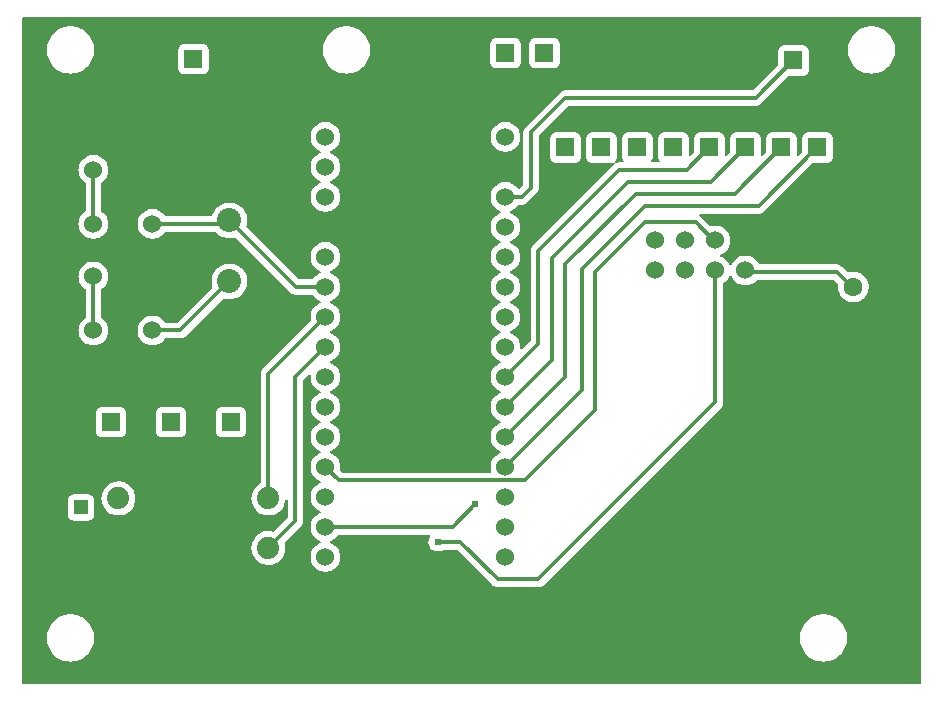
<source format=gbl>
G04 Layer: BottomLayer*
G04 EasyEDA v6.4.25, 2021-11-30T23:27:12--6:00*
G04 4631042daed448b99cc0a23d656375e8,06444aca9169495d970130cf6b44ba93,10*
G04 Gerber Generator version 0.2*
G04 Scale: 100 percent, Rotated: No, Reflected: No *
G04 Dimensions in millimeters *
G04 leading zeros omitted , absolute positions ,4 integer and 5 decimal *
%FSLAX45Y45*%
%MOMM*%

%ADD11C,0.3000*%
%ADD12C,0.6096*%
%ADD13R,1.2116X1.2116*%
%ADD14C,1.5240*%
%ADD15C,1.8796*%
%ADD16C,2.0320*%
%ADD17R,1.5748X1.5748*%
%ADD18C,1.6000*%

%LPD*%
G36*
X2194814Y3925570D02*
G01*
X2190902Y3926332D01*
X2187651Y3928567D01*
X2185416Y3931818D01*
X2184654Y3935729D01*
X2184654Y9565386D01*
X2185416Y9569246D01*
X2187651Y9572548D01*
X2190902Y9574784D01*
X2194814Y9575546D01*
X9781286Y9574276D01*
X9785197Y9573514D01*
X9788448Y9571329D01*
X9790684Y9568027D01*
X9791446Y9564116D01*
X9791446Y3935729D01*
X9790684Y3931818D01*
X9788448Y3928567D01*
X9785197Y3926332D01*
X9781286Y3925570D01*
G37*

%LPC*%
G36*
X8966200Y4117746D02*
G01*
X8985808Y4118711D01*
X9005265Y4121607D01*
X9024315Y4126382D01*
X9042857Y4132986D01*
X9060586Y4141368D01*
X9077452Y4151477D01*
X9093250Y4163212D01*
X9107779Y4176420D01*
X9120987Y4190949D01*
X9132722Y4206748D01*
X9142831Y4223613D01*
X9151213Y4241342D01*
X9157817Y4259884D01*
X9162592Y4278934D01*
X9165488Y4298391D01*
X9166453Y4318000D01*
X9165488Y4337608D01*
X9162592Y4357065D01*
X9157817Y4376115D01*
X9151213Y4394657D01*
X9142831Y4412386D01*
X9132722Y4429252D01*
X9120987Y4445050D01*
X9107779Y4459579D01*
X9093250Y4472787D01*
X9077452Y4484522D01*
X9060586Y4494631D01*
X9042857Y4503013D01*
X9024315Y4509617D01*
X9005265Y4514392D01*
X8985808Y4517288D01*
X8966200Y4518253D01*
X8946591Y4517288D01*
X8927134Y4514392D01*
X8908084Y4509617D01*
X8889542Y4503013D01*
X8871813Y4494631D01*
X8854948Y4484522D01*
X8839149Y4472787D01*
X8824620Y4459579D01*
X8811412Y4445050D01*
X8799677Y4429252D01*
X8789568Y4412386D01*
X8781186Y4394657D01*
X8774582Y4376115D01*
X8769807Y4357065D01*
X8766911Y4337608D01*
X8765946Y4318000D01*
X8766911Y4298391D01*
X8769807Y4278934D01*
X8774582Y4259884D01*
X8781186Y4241342D01*
X8789568Y4223613D01*
X8799677Y4206748D01*
X8811412Y4190949D01*
X8824620Y4176420D01*
X8839149Y4163212D01*
X8854948Y4151477D01*
X8871813Y4141368D01*
X8889542Y4132986D01*
X8908084Y4126382D01*
X8927134Y4121607D01*
X8946591Y4118711D01*
G37*
G36*
X2590800Y4117746D02*
G01*
X2610408Y4118711D01*
X2629865Y4121607D01*
X2648915Y4126382D01*
X2667457Y4132986D01*
X2685186Y4141368D01*
X2702052Y4151477D01*
X2717850Y4163212D01*
X2732379Y4176420D01*
X2745587Y4190949D01*
X2757322Y4206748D01*
X2767431Y4223613D01*
X2775813Y4241342D01*
X2782417Y4259884D01*
X2787192Y4278934D01*
X2790088Y4298391D01*
X2791053Y4318000D01*
X2790088Y4337608D01*
X2787192Y4357065D01*
X2782417Y4376115D01*
X2775813Y4394657D01*
X2767431Y4412386D01*
X2757322Y4429252D01*
X2745587Y4445050D01*
X2732379Y4459579D01*
X2717850Y4472787D01*
X2702052Y4484522D01*
X2685186Y4494631D01*
X2667457Y4503013D01*
X2648915Y4509617D01*
X2629865Y4514392D01*
X2610408Y4517288D01*
X2590800Y4518253D01*
X2571191Y4517288D01*
X2551734Y4514392D01*
X2532684Y4509617D01*
X2514142Y4503013D01*
X2496413Y4494631D01*
X2479548Y4484522D01*
X2463749Y4472787D01*
X2449220Y4459579D01*
X2436012Y4445050D01*
X2424277Y4429252D01*
X2414168Y4412386D01*
X2405786Y4394657D01*
X2399182Y4376115D01*
X2394407Y4357065D01*
X2391511Y4337608D01*
X2390546Y4318000D01*
X2391511Y4298391D01*
X2394407Y4278934D01*
X2399182Y4259884D01*
X2405786Y4241342D01*
X2414168Y4223613D01*
X2424277Y4206748D01*
X2436012Y4190949D01*
X2449220Y4176420D01*
X2463749Y4163212D01*
X2479548Y4151477D01*
X2496413Y4141368D01*
X2514142Y4132986D01*
X2532684Y4126382D01*
X2551734Y4121607D01*
X2571191Y4118711D01*
G37*
G36*
X6210706Y4748022D02*
G01*
X6552793Y4748022D01*
X6563410Y4748885D01*
X6573367Y4751273D01*
X6582816Y4755184D01*
X6591553Y4760518D01*
X6599631Y4767427D01*
X8097672Y6265468D01*
X8104581Y6273546D01*
X8109915Y6282283D01*
X8113826Y6291732D01*
X8116214Y6301689D01*
X8117078Y6312306D01*
X8117078Y7315758D01*
X8117636Y7319162D01*
X8119364Y7322159D01*
X8135670Y7334859D01*
X8146440Y7345629D01*
X8155889Y7357668D01*
X8163763Y7370724D01*
X8169554Y7383576D01*
X8171738Y7386726D01*
X8174990Y7388809D01*
X8178800Y7389571D01*
X8182609Y7388809D01*
X8185861Y7386726D01*
X8188045Y7383576D01*
X8193836Y7370724D01*
X8201710Y7357668D01*
X8211159Y7345629D01*
X8221929Y7334859D01*
X8233968Y7325410D01*
X8247024Y7317536D01*
X8260943Y7311288D01*
X8275523Y7306716D01*
X8290559Y7303973D01*
X8305800Y7303058D01*
X8321040Y7303973D01*
X8336076Y7306716D01*
X8350656Y7311288D01*
X8364575Y7317536D01*
X8377631Y7325410D01*
X8389670Y7334859D01*
X8400440Y7345629D01*
X8404250Y7349744D01*
X8406993Y7351064D01*
X8409990Y7351522D01*
X9049258Y7351522D01*
X9053169Y7350759D01*
X9056420Y7348575D01*
X9088374Y7316622D01*
X9090761Y7312863D01*
X9091320Y7308494D01*
X9089999Y7293660D01*
X9090456Y7278217D01*
X9092742Y7262977D01*
X9096806Y7248093D01*
X9102598Y7233767D01*
X9110065Y7220254D01*
X9119057Y7207707D01*
X9129471Y7196328D01*
X9141155Y7186269D01*
X9153956Y7177633D01*
X9167672Y7170623D01*
X9182150Y7165238D01*
X9197136Y7161580D01*
X9212478Y7159802D01*
X9227921Y7159802D01*
X9243263Y7161580D01*
X9258249Y7165238D01*
X9272727Y7170623D01*
X9286443Y7177633D01*
X9299244Y7186269D01*
X9310928Y7196328D01*
X9321342Y7207707D01*
X9330334Y7220254D01*
X9337802Y7233767D01*
X9343593Y7248093D01*
X9347657Y7262977D01*
X9349943Y7278217D01*
X9350400Y7293660D01*
X9349028Y7309053D01*
X9345828Y7324140D01*
X9340900Y7338771D01*
X9334246Y7352690D01*
X9326016Y7365746D01*
X9316313Y7377734D01*
X9305239Y7388453D01*
X9292945Y7397851D01*
X9279686Y7405674D01*
X9265564Y7411872D01*
X9250781Y7416393D01*
X9235592Y7419136D01*
X9220200Y7420051D01*
X9204807Y7419136D01*
X9189618Y7416393D01*
X9182862Y7414361D01*
X9179255Y7413904D01*
X9175699Y7414818D01*
X9172702Y7416901D01*
X9126931Y7462672D01*
X9118854Y7469581D01*
X9110116Y7474915D01*
X9100667Y7478826D01*
X9090710Y7481214D01*
X9080093Y7482078D01*
X8427110Y7482078D01*
X8423351Y7482789D01*
X8420100Y7484922D01*
X8417763Y7488275D01*
X8409889Y7501331D01*
X8400440Y7513370D01*
X8389670Y7524140D01*
X8377631Y7533589D01*
X8364575Y7541463D01*
X8350656Y7547711D01*
X8336076Y7552283D01*
X8321040Y7555026D01*
X8305800Y7555941D01*
X8290559Y7555026D01*
X8275523Y7552283D01*
X8260943Y7547711D01*
X8247024Y7541463D01*
X8233968Y7533589D01*
X8221929Y7524140D01*
X8211159Y7513370D01*
X8201710Y7501331D01*
X8193836Y7488275D01*
X8188045Y7475423D01*
X8185861Y7472273D01*
X8182609Y7470190D01*
X8178800Y7469428D01*
X8174990Y7470190D01*
X8171738Y7472273D01*
X8169554Y7475423D01*
X8163763Y7488275D01*
X8155889Y7501331D01*
X8146440Y7513370D01*
X8135670Y7524140D01*
X8123631Y7533589D01*
X8110575Y7541463D01*
X8097723Y7547254D01*
X8094573Y7549438D01*
X8092490Y7552690D01*
X8091728Y7556500D01*
X8092490Y7560309D01*
X8094573Y7563561D01*
X8097723Y7565745D01*
X8110575Y7571536D01*
X8123631Y7579410D01*
X8135670Y7588859D01*
X8146440Y7599629D01*
X8155889Y7611668D01*
X8163763Y7624724D01*
X8170011Y7638643D01*
X8174583Y7653223D01*
X8177326Y7668259D01*
X8178241Y7683500D01*
X8177326Y7698740D01*
X8174583Y7713776D01*
X8170011Y7728356D01*
X8163763Y7742275D01*
X8155889Y7755331D01*
X8146440Y7767370D01*
X8135670Y7778140D01*
X8123631Y7787589D01*
X8110575Y7795463D01*
X8096656Y7801711D01*
X8082076Y7806283D01*
X8067040Y7809026D01*
X8051800Y7809941D01*
X8036559Y7809026D01*
X8021523Y7806283D01*
X8017560Y7805013D01*
X8013903Y7804607D01*
X8010347Y7805470D01*
X8007350Y7807553D01*
X7933131Y7881772D01*
X7925053Y7888681D01*
X7920431Y7891525D01*
X7917281Y7894523D01*
X7915706Y7898587D01*
X7915960Y7902956D01*
X7917992Y7906766D01*
X7921498Y7909407D01*
X7925714Y7910322D01*
X8419693Y7910322D01*
X8430310Y7911185D01*
X8440267Y7913573D01*
X8449716Y7917484D01*
X8458454Y7922818D01*
X8466531Y7929727D01*
X8875725Y8338921D01*
X8879027Y8341106D01*
X8882888Y8341868D01*
X8993682Y8341868D01*
X9002877Y8342680D01*
X9011310Y8344966D01*
X9019235Y8348675D01*
X9026448Y8353704D01*
X9032595Y8359851D01*
X9037624Y8367064D01*
X9041333Y8374989D01*
X9043619Y8383422D01*
X9044432Y8392617D01*
X9044432Y8549182D01*
X9043619Y8558377D01*
X9041333Y8566810D01*
X9037624Y8574735D01*
X9032595Y8581948D01*
X9026448Y8588095D01*
X9019235Y8593124D01*
X9011310Y8596833D01*
X9002877Y8599119D01*
X8993682Y8599881D01*
X8837117Y8599881D01*
X8827922Y8599119D01*
X8819489Y8596833D01*
X8811564Y8593124D01*
X8804351Y8588095D01*
X8798204Y8581948D01*
X8793175Y8574735D01*
X8789466Y8566810D01*
X8787180Y8558377D01*
X8786418Y8549182D01*
X8786418Y8438388D01*
X8785606Y8434527D01*
X8783421Y8431225D01*
X8756954Y8404758D01*
X8753652Y8402574D01*
X8749792Y8401761D01*
X8745880Y8402574D01*
X8742578Y8404758D01*
X8740394Y8408060D01*
X8739632Y8411921D01*
X8739632Y8549182D01*
X8738819Y8558377D01*
X8736533Y8566810D01*
X8732824Y8574735D01*
X8727795Y8581948D01*
X8721648Y8588095D01*
X8714435Y8593124D01*
X8706510Y8596833D01*
X8698077Y8599119D01*
X8688882Y8599881D01*
X8532317Y8599881D01*
X8523122Y8599119D01*
X8514689Y8596833D01*
X8506764Y8593124D01*
X8499551Y8588095D01*
X8493404Y8581948D01*
X8488375Y8574735D01*
X8484666Y8566810D01*
X8482380Y8558377D01*
X8481618Y8549182D01*
X8481618Y8438388D01*
X8480806Y8434527D01*
X8478621Y8431225D01*
X8452154Y8404758D01*
X8448852Y8402574D01*
X8444992Y8401761D01*
X8441080Y8402574D01*
X8437778Y8404758D01*
X8435594Y8408060D01*
X8434832Y8411921D01*
X8434832Y8549182D01*
X8434019Y8558377D01*
X8431733Y8566810D01*
X8428024Y8574735D01*
X8422995Y8581948D01*
X8416848Y8588095D01*
X8409635Y8593124D01*
X8401710Y8596833D01*
X8393277Y8599119D01*
X8384082Y8599881D01*
X8227517Y8599881D01*
X8218322Y8599119D01*
X8209889Y8596833D01*
X8201964Y8593124D01*
X8194751Y8588095D01*
X8188604Y8581948D01*
X8183575Y8574735D01*
X8179866Y8566810D01*
X8177580Y8558377D01*
X8176818Y8549182D01*
X8176818Y8438388D01*
X8176006Y8434527D01*
X8173821Y8431225D01*
X8147354Y8404758D01*
X8144052Y8402574D01*
X8140192Y8401761D01*
X8136280Y8402574D01*
X8132978Y8404758D01*
X8130794Y8408060D01*
X8130031Y8411921D01*
X8130031Y8549182D01*
X8129219Y8558377D01*
X8126933Y8566810D01*
X8123224Y8574735D01*
X8118195Y8581948D01*
X8112048Y8588095D01*
X8104835Y8593124D01*
X8096910Y8596833D01*
X8088477Y8599119D01*
X8079282Y8599881D01*
X7922717Y8599881D01*
X7913522Y8599119D01*
X7905089Y8596833D01*
X7897164Y8593124D01*
X7889951Y8588095D01*
X7883804Y8581948D01*
X7878775Y8574735D01*
X7875066Y8566810D01*
X7872780Y8558377D01*
X7872018Y8549182D01*
X7872018Y8438388D01*
X7871206Y8434527D01*
X7869021Y8431225D01*
X7842554Y8404758D01*
X7839252Y8402574D01*
X7835392Y8401761D01*
X7831480Y8402574D01*
X7828178Y8404758D01*
X7825994Y8408060D01*
X7825231Y8411921D01*
X7825231Y8549182D01*
X7824419Y8558377D01*
X7822133Y8566810D01*
X7818424Y8574735D01*
X7813395Y8581948D01*
X7807248Y8588095D01*
X7800035Y8593124D01*
X7792110Y8596833D01*
X7783677Y8599119D01*
X7774482Y8599881D01*
X7617917Y8599881D01*
X7608722Y8599119D01*
X7600289Y8596833D01*
X7592364Y8593124D01*
X7585151Y8588095D01*
X7579004Y8581948D01*
X7573975Y8574735D01*
X7570266Y8566810D01*
X7567980Y8558377D01*
X7567218Y8549182D01*
X7567218Y8392617D01*
X7567980Y8383422D01*
X7570266Y8374989D01*
X7573975Y8367064D01*
X7577734Y8361629D01*
X7579410Y8357616D01*
X7579207Y8353196D01*
X7577175Y8349284D01*
X7573721Y8346643D01*
X7569403Y8345678D01*
X7518196Y8345678D01*
X7513878Y8346643D01*
X7510424Y8349284D01*
X7508392Y8353196D01*
X7508189Y8357616D01*
X7509865Y8361629D01*
X7513624Y8367064D01*
X7517333Y8374989D01*
X7519619Y8383422D01*
X7520431Y8392617D01*
X7520431Y8549182D01*
X7519619Y8558377D01*
X7517333Y8566810D01*
X7513624Y8574735D01*
X7508595Y8581948D01*
X7502448Y8588095D01*
X7495235Y8593124D01*
X7487310Y8596833D01*
X7478877Y8599119D01*
X7469682Y8599881D01*
X7313117Y8599881D01*
X7303922Y8599119D01*
X7295489Y8596833D01*
X7287564Y8593124D01*
X7280351Y8588095D01*
X7274204Y8581948D01*
X7269175Y8574735D01*
X7265466Y8566810D01*
X7263180Y8558377D01*
X7262418Y8549182D01*
X7262418Y8392617D01*
X7263180Y8383422D01*
X7265466Y8374989D01*
X7269175Y8367064D01*
X7272934Y8361629D01*
X7274610Y8357616D01*
X7274407Y8353196D01*
X7272375Y8349284D01*
X7268921Y8346643D01*
X7264603Y8345678D01*
X7239406Y8345678D01*
X7228789Y8344814D01*
X7218832Y8342426D01*
X7210602Y8339023D01*
X7206742Y8338261D01*
X7202830Y8339023D01*
X7199528Y8341258D01*
X7197344Y8344560D01*
X7196581Y8348421D01*
X7197344Y8352332D01*
X7199528Y8355634D01*
X7203795Y8359851D01*
X7208824Y8367064D01*
X7212533Y8374989D01*
X7214819Y8383422D01*
X7215631Y8392617D01*
X7215631Y8549182D01*
X7214819Y8558377D01*
X7212533Y8566810D01*
X7208824Y8574735D01*
X7203795Y8581948D01*
X7197648Y8588095D01*
X7190435Y8593124D01*
X7182510Y8596833D01*
X7174077Y8599119D01*
X7164882Y8599881D01*
X7008317Y8599881D01*
X6999122Y8599119D01*
X6990689Y8596833D01*
X6982764Y8593124D01*
X6975551Y8588095D01*
X6969404Y8581948D01*
X6964375Y8574735D01*
X6960666Y8566810D01*
X6958380Y8558377D01*
X6957618Y8549182D01*
X6957618Y8392617D01*
X6958380Y8383422D01*
X6960666Y8374989D01*
X6964375Y8367064D01*
X6969404Y8359851D01*
X6975551Y8353704D01*
X6982764Y8348675D01*
X6990689Y8344966D01*
X6999122Y8342680D01*
X7008317Y8341868D01*
X7164882Y8341868D01*
X7174077Y8342680D01*
X7182510Y8344966D01*
X7185202Y8346186D01*
X7189216Y8347151D01*
X7193280Y8346440D01*
X7196734Y8344103D01*
X7198969Y8340648D01*
X7199630Y8336534D01*
X7198614Y8332571D01*
X7196074Y8329269D01*
X7192568Y8326272D01*
X6507327Y7641031D01*
X6500418Y7632953D01*
X6495084Y7624216D01*
X6491173Y7614767D01*
X6488785Y7604810D01*
X6487922Y7594193D01*
X6487922Y6838442D01*
X6487160Y6834530D01*
X6484975Y6831279D01*
X6416903Y6763207D01*
X6413550Y6760972D01*
X6409537Y6760260D01*
X6405575Y6761124D01*
X6402273Y6763512D01*
X6400190Y6767017D01*
X6399580Y6771030D01*
X6400241Y6781800D01*
X6399326Y6797040D01*
X6396583Y6812076D01*
X6392011Y6826656D01*
X6385763Y6840575D01*
X6377889Y6853631D01*
X6368440Y6865670D01*
X6357670Y6876440D01*
X6345631Y6885889D01*
X6332575Y6893763D01*
X6319723Y6899554D01*
X6316573Y6901738D01*
X6314490Y6904990D01*
X6313728Y6908800D01*
X6314490Y6912609D01*
X6316573Y6915861D01*
X6319723Y6918045D01*
X6332575Y6923836D01*
X6345631Y6931710D01*
X6357670Y6941159D01*
X6368440Y6951929D01*
X6377889Y6963968D01*
X6385763Y6977024D01*
X6392011Y6990943D01*
X6396583Y7005523D01*
X6399326Y7020559D01*
X6400241Y7035800D01*
X6399326Y7051040D01*
X6396583Y7066076D01*
X6392011Y7080656D01*
X6385763Y7094575D01*
X6377889Y7107631D01*
X6368440Y7119670D01*
X6357670Y7130440D01*
X6345631Y7139889D01*
X6332575Y7147763D01*
X6319723Y7153554D01*
X6316573Y7155738D01*
X6314490Y7158990D01*
X6313728Y7162800D01*
X6314490Y7166609D01*
X6316573Y7169861D01*
X6319723Y7172045D01*
X6332575Y7177836D01*
X6345631Y7185710D01*
X6357670Y7195159D01*
X6368440Y7205929D01*
X6377889Y7217968D01*
X6385763Y7231024D01*
X6392011Y7244943D01*
X6396583Y7259523D01*
X6399326Y7274559D01*
X6400241Y7289800D01*
X6399326Y7305040D01*
X6396583Y7320076D01*
X6392011Y7334656D01*
X6385763Y7348575D01*
X6377889Y7361631D01*
X6368440Y7373670D01*
X6357670Y7384440D01*
X6345631Y7393889D01*
X6332575Y7401763D01*
X6319723Y7407554D01*
X6316573Y7409738D01*
X6314490Y7412990D01*
X6313728Y7416800D01*
X6314490Y7420609D01*
X6316573Y7423861D01*
X6319723Y7426045D01*
X6332575Y7431836D01*
X6345631Y7439710D01*
X6357670Y7449159D01*
X6368440Y7459929D01*
X6377889Y7471968D01*
X6385763Y7485024D01*
X6392011Y7498943D01*
X6396583Y7513523D01*
X6399326Y7528559D01*
X6400241Y7543800D01*
X6399326Y7559040D01*
X6396583Y7574076D01*
X6392011Y7588656D01*
X6385763Y7602575D01*
X6377889Y7615631D01*
X6368440Y7627670D01*
X6357670Y7638440D01*
X6345631Y7647889D01*
X6332575Y7655763D01*
X6319723Y7661554D01*
X6316573Y7663738D01*
X6314490Y7666990D01*
X6313728Y7670800D01*
X6314490Y7674609D01*
X6316573Y7677861D01*
X6319723Y7680045D01*
X6332575Y7685836D01*
X6345631Y7693710D01*
X6357670Y7703159D01*
X6368440Y7713929D01*
X6377889Y7725968D01*
X6385763Y7739024D01*
X6392011Y7752943D01*
X6396583Y7767523D01*
X6399326Y7782559D01*
X6400241Y7797800D01*
X6399326Y7813040D01*
X6396583Y7828076D01*
X6392011Y7842656D01*
X6385763Y7856575D01*
X6377889Y7869631D01*
X6368440Y7881670D01*
X6357670Y7892440D01*
X6345631Y7901889D01*
X6332575Y7909763D01*
X6319723Y7915554D01*
X6316573Y7917738D01*
X6314490Y7920990D01*
X6313728Y7924800D01*
X6314490Y7928609D01*
X6316573Y7931861D01*
X6319723Y7934045D01*
X6332575Y7939836D01*
X6345631Y7947710D01*
X6357670Y7957159D01*
X6368440Y7967929D01*
X6381140Y7984236D01*
X6384137Y7985963D01*
X6387541Y7986522D01*
X6413093Y7986522D01*
X6423710Y7987385D01*
X6433667Y7989773D01*
X6443116Y7993684D01*
X6451854Y7999018D01*
X6459931Y8005927D01*
X6535572Y8081568D01*
X6542481Y8089646D01*
X6547815Y8098383D01*
X6551726Y8107832D01*
X6554114Y8117789D01*
X6554978Y8128406D01*
X6554978Y8566658D01*
X6555740Y8570569D01*
X6557924Y8573820D01*
X6805879Y8821775D01*
X6809130Y8823960D01*
X6813042Y8824722D01*
X8394293Y8824722D01*
X8404910Y8825585D01*
X8414867Y8827973D01*
X8424316Y8831884D01*
X8433054Y8837218D01*
X8441131Y8844127D01*
X8672525Y9075521D01*
X8675827Y9077706D01*
X8679688Y9078468D01*
X8790482Y9078468D01*
X8799677Y9079280D01*
X8808110Y9081566D01*
X8816035Y9085275D01*
X8823248Y9090304D01*
X8829395Y9096451D01*
X8834424Y9103664D01*
X8838133Y9111589D01*
X8840419Y9120022D01*
X8841232Y9129217D01*
X8841232Y9285782D01*
X8840419Y9294977D01*
X8838133Y9303410D01*
X8834424Y9311335D01*
X8829395Y9318548D01*
X8823248Y9324695D01*
X8816035Y9329724D01*
X8808110Y9333433D01*
X8799677Y9335719D01*
X8790482Y9336481D01*
X8633917Y9336481D01*
X8624722Y9335719D01*
X8616289Y9333433D01*
X8608364Y9329724D01*
X8601151Y9324695D01*
X8595004Y9318548D01*
X8589975Y9311335D01*
X8586266Y9303410D01*
X8583980Y9294977D01*
X8583218Y9285782D01*
X8583218Y9174988D01*
X8582406Y9171127D01*
X8580221Y9167825D01*
X8370620Y8958224D01*
X8367369Y8956040D01*
X8363458Y8955278D01*
X6782206Y8955278D01*
X6771589Y8954414D01*
X6761632Y8952026D01*
X6752183Y8948115D01*
X6743446Y8942781D01*
X6735368Y8935872D01*
X6443827Y8644331D01*
X6436918Y8636254D01*
X6431584Y8627516D01*
X6427673Y8618067D01*
X6425285Y8608110D01*
X6424422Y8597493D01*
X6424422Y8159242D01*
X6423660Y8155330D01*
X6421475Y8152079D01*
X6392621Y8123224D01*
X6389065Y8120938D01*
X6384848Y8120278D01*
X6380734Y8121446D01*
X6377432Y8124139D01*
X6368440Y8135670D01*
X6357670Y8146440D01*
X6345631Y8155889D01*
X6332575Y8163763D01*
X6318656Y8170011D01*
X6304076Y8174583D01*
X6289040Y8177326D01*
X6273800Y8178241D01*
X6258560Y8177326D01*
X6243523Y8174583D01*
X6228943Y8170011D01*
X6215024Y8163763D01*
X6201968Y8155889D01*
X6189929Y8146440D01*
X6179159Y8135670D01*
X6169710Y8123631D01*
X6161836Y8110575D01*
X6155588Y8096656D01*
X6151016Y8082076D01*
X6148273Y8067040D01*
X6147358Y8051800D01*
X6148273Y8036559D01*
X6151016Y8021523D01*
X6155588Y8006943D01*
X6161836Y7993024D01*
X6169710Y7979968D01*
X6179159Y7967929D01*
X6189929Y7957159D01*
X6201968Y7947710D01*
X6215024Y7939836D01*
X6227876Y7934045D01*
X6231026Y7931861D01*
X6233109Y7928609D01*
X6233871Y7924800D01*
X6233109Y7920990D01*
X6231026Y7917738D01*
X6227876Y7915554D01*
X6215024Y7909763D01*
X6201968Y7901889D01*
X6189929Y7892440D01*
X6179159Y7881670D01*
X6169710Y7869631D01*
X6161836Y7856575D01*
X6155588Y7842656D01*
X6151016Y7828076D01*
X6148273Y7813040D01*
X6147358Y7797800D01*
X6148273Y7782559D01*
X6151016Y7767523D01*
X6155588Y7752943D01*
X6161836Y7739024D01*
X6169710Y7725968D01*
X6179159Y7713929D01*
X6189929Y7703159D01*
X6201968Y7693710D01*
X6215024Y7685836D01*
X6227876Y7680045D01*
X6231026Y7677861D01*
X6233109Y7674609D01*
X6233871Y7670800D01*
X6233109Y7666990D01*
X6231026Y7663738D01*
X6227876Y7661554D01*
X6215024Y7655763D01*
X6201968Y7647889D01*
X6189929Y7638440D01*
X6179159Y7627670D01*
X6169710Y7615631D01*
X6161836Y7602575D01*
X6155588Y7588656D01*
X6151016Y7574076D01*
X6148273Y7559040D01*
X6147358Y7543800D01*
X6148273Y7528559D01*
X6151016Y7513523D01*
X6155588Y7498943D01*
X6161836Y7485024D01*
X6169710Y7471968D01*
X6179159Y7459929D01*
X6189929Y7449159D01*
X6201968Y7439710D01*
X6215024Y7431836D01*
X6227876Y7426045D01*
X6231026Y7423861D01*
X6233109Y7420609D01*
X6233871Y7416800D01*
X6233109Y7412990D01*
X6231026Y7409738D01*
X6227876Y7407554D01*
X6215024Y7401763D01*
X6201968Y7393889D01*
X6189929Y7384440D01*
X6179159Y7373670D01*
X6169710Y7361631D01*
X6161836Y7348575D01*
X6155588Y7334656D01*
X6151016Y7320076D01*
X6148273Y7305040D01*
X6147358Y7289800D01*
X6148273Y7274559D01*
X6151016Y7259523D01*
X6155588Y7244943D01*
X6161836Y7231024D01*
X6169710Y7217968D01*
X6179159Y7205929D01*
X6189929Y7195159D01*
X6201968Y7185710D01*
X6215024Y7177836D01*
X6227876Y7172045D01*
X6231026Y7169861D01*
X6233109Y7166609D01*
X6233871Y7162800D01*
X6233109Y7158990D01*
X6231026Y7155738D01*
X6227876Y7153554D01*
X6215024Y7147763D01*
X6201968Y7139889D01*
X6189929Y7130440D01*
X6179159Y7119670D01*
X6169710Y7107631D01*
X6161836Y7094575D01*
X6155588Y7080656D01*
X6151016Y7066076D01*
X6148273Y7051040D01*
X6147358Y7035800D01*
X6148273Y7020559D01*
X6151016Y7005523D01*
X6155588Y6990943D01*
X6161836Y6977024D01*
X6169710Y6963968D01*
X6179159Y6951929D01*
X6189929Y6941159D01*
X6201968Y6931710D01*
X6215024Y6923836D01*
X6227876Y6918045D01*
X6231026Y6915861D01*
X6233109Y6912609D01*
X6233871Y6908800D01*
X6233109Y6904990D01*
X6231026Y6901738D01*
X6227876Y6899554D01*
X6215024Y6893763D01*
X6201968Y6885889D01*
X6189929Y6876440D01*
X6179159Y6865670D01*
X6169710Y6853631D01*
X6161836Y6840575D01*
X6155588Y6826656D01*
X6151016Y6812076D01*
X6148273Y6797040D01*
X6147358Y6781800D01*
X6148273Y6766559D01*
X6151016Y6751523D01*
X6155588Y6736943D01*
X6161836Y6723024D01*
X6169710Y6709968D01*
X6179159Y6697929D01*
X6189929Y6687159D01*
X6201968Y6677710D01*
X6215024Y6669836D01*
X6227876Y6664045D01*
X6231026Y6661861D01*
X6233109Y6658609D01*
X6233871Y6654800D01*
X6233109Y6650990D01*
X6231026Y6647738D01*
X6227876Y6645554D01*
X6215024Y6639763D01*
X6201968Y6631889D01*
X6189929Y6622440D01*
X6179159Y6611670D01*
X6169710Y6599631D01*
X6161836Y6586575D01*
X6155588Y6572656D01*
X6151016Y6558076D01*
X6148273Y6543040D01*
X6147358Y6527800D01*
X6148273Y6512559D01*
X6151016Y6497523D01*
X6155588Y6482943D01*
X6161836Y6469024D01*
X6169710Y6455968D01*
X6179159Y6443929D01*
X6189929Y6433159D01*
X6201968Y6423710D01*
X6215024Y6415836D01*
X6227876Y6410045D01*
X6231026Y6407861D01*
X6233109Y6404610D01*
X6233871Y6400800D01*
X6233109Y6396990D01*
X6231026Y6393738D01*
X6227876Y6391554D01*
X6215024Y6385763D01*
X6201968Y6377889D01*
X6189929Y6368440D01*
X6179159Y6357670D01*
X6169710Y6345631D01*
X6161836Y6332575D01*
X6155588Y6318656D01*
X6151016Y6304076D01*
X6148273Y6289040D01*
X6147358Y6273800D01*
X6148273Y6258560D01*
X6151016Y6243523D01*
X6155588Y6228943D01*
X6161836Y6215024D01*
X6169710Y6201968D01*
X6179159Y6189929D01*
X6189929Y6179159D01*
X6201968Y6169710D01*
X6215024Y6161836D01*
X6227876Y6156045D01*
X6231026Y6153861D01*
X6233109Y6150610D01*
X6233871Y6146800D01*
X6233109Y6142990D01*
X6231026Y6139738D01*
X6227876Y6137554D01*
X6215024Y6131763D01*
X6201968Y6123889D01*
X6189929Y6114440D01*
X6179159Y6103670D01*
X6169710Y6091631D01*
X6161836Y6078575D01*
X6155588Y6064656D01*
X6151016Y6050076D01*
X6148273Y6035040D01*
X6147358Y6019800D01*
X6148273Y6004560D01*
X6151016Y5989523D01*
X6155588Y5974943D01*
X6161836Y5961024D01*
X6169710Y5947968D01*
X6179159Y5935929D01*
X6189929Y5925159D01*
X6201968Y5915710D01*
X6215024Y5907836D01*
X6227876Y5902045D01*
X6231026Y5899861D01*
X6233109Y5896610D01*
X6233871Y5892800D01*
X6233109Y5888990D01*
X6231026Y5885738D01*
X6227876Y5883554D01*
X6215024Y5877763D01*
X6201968Y5869889D01*
X6189929Y5860440D01*
X6179159Y5849670D01*
X6169710Y5837631D01*
X6161836Y5824575D01*
X6155588Y5810656D01*
X6151016Y5796076D01*
X6148273Y5781040D01*
X6147358Y5765800D01*
X6148273Y5750560D01*
X6151016Y5735523D01*
X6152743Y5729935D01*
X6153200Y5726176D01*
X6152235Y5722518D01*
X6150000Y5719470D01*
X6146800Y5717489D01*
X6143091Y5716778D01*
X4895342Y5716778D01*
X4891430Y5717540D01*
X4888179Y5719724D01*
X4876292Y5731611D01*
X4874412Y5734253D01*
X4873447Y5737352D01*
X4873498Y5740603D01*
X4875326Y5750560D01*
X4876241Y5765800D01*
X4875326Y5781040D01*
X4872583Y5796076D01*
X4868011Y5810656D01*
X4861763Y5824575D01*
X4853889Y5837631D01*
X4844440Y5849670D01*
X4833670Y5860440D01*
X4821631Y5869889D01*
X4808575Y5877763D01*
X4795723Y5883554D01*
X4792573Y5885738D01*
X4790490Y5888990D01*
X4789728Y5892800D01*
X4790490Y5896610D01*
X4792573Y5899861D01*
X4795723Y5902045D01*
X4808575Y5907836D01*
X4821631Y5915710D01*
X4833670Y5925159D01*
X4844440Y5935929D01*
X4853889Y5947968D01*
X4861763Y5961024D01*
X4868011Y5974943D01*
X4872583Y5989523D01*
X4875326Y6004560D01*
X4876241Y6019800D01*
X4875326Y6035040D01*
X4872583Y6050076D01*
X4868011Y6064656D01*
X4861763Y6078575D01*
X4853889Y6091631D01*
X4844440Y6103670D01*
X4833670Y6114440D01*
X4821631Y6123889D01*
X4808575Y6131763D01*
X4795723Y6137554D01*
X4792573Y6139738D01*
X4790490Y6142990D01*
X4789728Y6146800D01*
X4790490Y6150610D01*
X4792573Y6153861D01*
X4795723Y6156045D01*
X4808575Y6161836D01*
X4821631Y6169710D01*
X4833670Y6179159D01*
X4844440Y6189929D01*
X4853889Y6201968D01*
X4861763Y6215024D01*
X4868011Y6228943D01*
X4872583Y6243523D01*
X4875326Y6258560D01*
X4876241Y6273800D01*
X4875326Y6289040D01*
X4872583Y6304076D01*
X4868011Y6318656D01*
X4861763Y6332575D01*
X4853889Y6345631D01*
X4844440Y6357670D01*
X4833670Y6368440D01*
X4821631Y6377889D01*
X4808575Y6385763D01*
X4795723Y6391554D01*
X4792573Y6393738D01*
X4790490Y6396990D01*
X4789728Y6400800D01*
X4790490Y6404610D01*
X4792573Y6407861D01*
X4795723Y6410045D01*
X4808575Y6415836D01*
X4821631Y6423710D01*
X4833670Y6433159D01*
X4844440Y6443929D01*
X4853889Y6455968D01*
X4861763Y6469024D01*
X4868011Y6482943D01*
X4872583Y6497523D01*
X4875326Y6512559D01*
X4876241Y6527800D01*
X4875326Y6543040D01*
X4872583Y6558076D01*
X4868011Y6572656D01*
X4861763Y6586575D01*
X4853889Y6599631D01*
X4844440Y6611670D01*
X4833670Y6622440D01*
X4821631Y6631889D01*
X4808575Y6639763D01*
X4795723Y6645554D01*
X4792573Y6647738D01*
X4790490Y6650990D01*
X4789728Y6654800D01*
X4790490Y6658609D01*
X4792573Y6661861D01*
X4795723Y6664045D01*
X4808575Y6669836D01*
X4821631Y6677710D01*
X4833670Y6687159D01*
X4844440Y6697929D01*
X4853889Y6709968D01*
X4861763Y6723024D01*
X4868011Y6736943D01*
X4872583Y6751523D01*
X4875326Y6766559D01*
X4876241Y6781800D01*
X4875326Y6797040D01*
X4872583Y6812076D01*
X4868011Y6826656D01*
X4861763Y6840575D01*
X4853889Y6853631D01*
X4844440Y6865670D01*
X4833670Y6876440D01*
X4821631Y6885889D01*
X4808575Y6893763D01*
X4795723Y6899554D01*
X4792573Y6901738D01*
X4790490Y6904990D01*
X4789728Y6908800D01*
X4790490Y6912609D01*
X4792573Y6915861D01*
X4795723Y6918045D01*
X4808575Y6923836D01*
X4821631Y6931710D01*
X4833670Y6941159D01*
X4844440Y6951929D01*
X4853889Y6963968D01*
X4861763Y6977024D01*
X4868011Y6990943D01*
X4872583Y7005523D01*
X4875326Y7020559D01*
X4876241Y7035800D01*
X4875326Y7051040D01*
X4872583Y7066076D01*
X4868011Y7080656D01*
X4861763Y7094575D01*
X4853889Y7107631D01*
X4844440Y7119670D01*
X4833670Y7130440D01*
X4821631Y7139889D01*
X4808575Y7147763D01*
X4795723Y7153554D01*
X4792573Y7155738D01*
X4790490Y7158990D01*
X4789728Y7162800D01*
X4790490Y7166609D01*
X4792573Y7169861D01*
X4795723Y7172045D01*
X4808575Y7177836D01*
X4821631Y7185710D01*
X4833670Y7195159D01*
X4844440Y7205929D01*
X4853889Y7217968D01*
X4861763Y7231024D01*
X4868011Y7244943D01*
X4872583Y7259523D01*
X4875326Y7274559D01*
X4876241Y7289800D01*
X4875326Y7305040D01*
X4872583Y7320076D01*
X4868011Y7334656D01*
X4861763Y7348575D01*
X4853889Y7361631D01*
X4844440Y7373670D01*
X4833670Y7384440D01*
X4821631Y7393889D01*
X4808575Y7401763D01*
X4795723Y7407554D01*
X4792573Y7409738D01*
X4790490Y7412990D01*
X4789728Y7416800D01*
X4790490Y7420609D01*
X4792573Y7423861D01*
X4795723Y7426045D01*
X4808575Y7431836D01*
X4821631Y7439710D01*
X4833670Y7449159D01*
X4844440Y7459929D01*
X4853889Y7471968D01*
X4861763Y7485024D01*
X4868011Y7498943D01*
X4872583Y7513523D01*
X4875326Y7528559D01*
X4876241Y7543800D01*
X4875326Y7559040D01*
X4872583Y7574076D01*
X4868011Y7588656D01*
X4861763Y7602575D01*
X4853889Y7615631D01*
X4844440Y7627670D01*
X4833670Y7638440D01*
X4821631Y7647889D01*
X4808575Y7655763D01*
X4794656Y7662011D01*
X4780076Y7666583D01*
X4765040Y7669326D01*
X4749800Y7670241D01*
X4734560Y7669326D01*
X4719523Y7666583D01*
X4704943Y7662011D01*
X4691024Y7655763D01*
X4677968Y7647889D01*
X4665929Y7638440D01*
X4655159Y7627670D01*
X4645710Y7615631D01*
X4637836Y7602575D01*
X4631588Y7588656D01*
X4627016Y7574076D01*
X4624273Y7559040D01*
X4623358Y7543800D01*
X4624273Y7528559D01*
X4627016Y7513523D01*
X4631588Y7498943D01*
X4637836Y7485024D01*
X4645710Y7471968D01*
X4655159Y7459929D01*
X4665929Y7449159D01*
X4677968Y7439710D01*
X4691024Y7431836D01*
X4703876Y7426045D01*
X4707026Y7423861D01*
X4709109Y7420609D01*
X4709871Y7416800D01*
X4709109Y7412990D01*
X4707026Y7409738D01*
X4703876Y7407554D01*
X4691024Y7401763D01*
X4677968Y7393889D01*
X4665929Y7384440D01*
X4655159Y7373670D01*
X4642459Y7357364D01*
X4639462Y7355636D01*
X4636058Y7355078D01*
X4531106Y7355078D01*
X4527194Y7355840D01*
X4523943Y7358024D01*
X4084370Y7797596D01*
X4082287Y7800644D01*
X4081373Y7804200D01*
X4081830Y7807807D01*
X4084218Y7815376D01*
X4087418Y7831785D01*
X4088790Y7848498D01*
X4088333Y7865211D01*
X4086047Y7881772D01*
X4081932Y7897977D01*
X4076039Y7913674D01*
X4068521Y7928609D01*
X4059377Y7942580D01*
X4048709Y7955534D01*
X4036720Y7967167D01*
X4023512Y7977428D01*
X4009288Y7986217D01*
X3994150Y7993329D01*
X3978300Y7998764D01*
X3961993Y8002422D01*
X3945382Y8004302D01*
X3928618Y8004302D01*
X3912006Y8002422D01*
X3895699Y7998764D01*
X3879850Y7993329D01*
X3864711Y7986217D01*
X3850487Y7977428D01*
X3837279Y7967167D01*
X3825290Y7955534D01*
X3814622Y7942580D01*
X3805478Y7928609D01*
X3797960Y7913674D01*
X3792067Y7897977D01*
X3791610Y7896148D01*
X3789578Y7892186D01*
X3786073Y7889443D01*
X3781755Y7888478D01*
X3398977Y7888478D01*
X3395573Y7889036D01*
X3392576Y7890764D01*
X3379876Y7907070D01*
X3369106Y7917840D01*
X3357067Y7927289D01*
X3344011Y7935163D01*
X3330092Y7941411D01*
X3315512Y7945983D01*
X3300476Y7948726D01*
X3285236Y7949641D01*
X3269996Y7948726D01*
X3254959Y7945983D01*
X3240379Y7941411D01*
X3226460Y7935163D01*
X3213404Y7927289D01*
X3201365Y7917840D01*
X3190595Y7907070D01*
X3181146Y7895031D01*
X3173272Y7881975D01*
X3167024Y7868056D01*
X3162452Y7853476D01*
X3159709Y7838440D01*
X3158794Y7823200D01*
X3159709Y7807959D01*
X3162452Y7792923D01*
X3167024Y7778343D01*
X3173272Y7764424D01*
X3181146Y7751368D01*
X3190595Y7739329D01*
X3201365Y7728559D01*
X3213404Y7719110D01*
X3226460Y7711236D01*
X3240379Y7704988D01*
X3254959Y7700416D01*
X3269996Y7697673D01*
X3285236Y7696758D01*
X3300476Y7697673D01*
X3315512Y7700416D01*
X3330092Y7704988D01*
X3344011Y7711236D01*
X3357067Y7719110D01*
X3369106Y7728559D01*
X3379876Y7739329D01*
X3392576Y7755636D01*
X3395573Y7757363D01*
X3398977Y7757922D01*
X3813657Y7757922D01*
X3817721Y7757058D01*
X3821125Y7754670D01*
X3831132Y7743799D01*
X3843731Y7732826D01*
X3857498Y7723276D01*
X3872179Y7715351D01*
X3887673Y7709052D01*
X3903776Y7704480D01*
X3920286Y7701737D01*
X3937000Y7700822D01*
X3953713Y7701737D01*
X3970223Y7704480D01*
X3982161Y7707884D01*
X3985717Y7708239D01*
X3989171Y7707325D01*
X3992067Y7705293D01*
X4453432Y7243927D01*
X4461510Y7237018D01*
X4470247Y7231684D01*
X4479696Y7227773D01*
X4489653Y7225385D01*
X4500270Y7224522D01*
X4636058Y7224522D01*
X4639462Y7223963D01*
X4642459Y7222236D01*
X4655159Y7205929D01*
X4665929Y7195159D01*
X4677968Y7185710D01*
X4691024Y7177836D01*
X4703876Y7172045D01*
X4707026Y7169861D01*
X4709109Y7166609D01*
X4709871Y7162800D01*
X4709109Y7158990D01*
X4707026Y7155738D01*
X4703876Y7153554D01*
X4691024Y7147763D01*
X4677968Y7139889D01*
X4665929Y7130440D01*
X4655159Y7119670D01*
X4645710Y7107631D01*
X4637836Y7094575D01*
X4631588Y7080656D01*
X4627016Y7066076D01*
X4624273Y7051040D01*
X4623358Y7035800D01*
X4624273Y7020559D01*
X4626102Y7010603D01*
X4626152Y7007352D01*
X4625187Y7004253D01*
X4623308Y7001611D01*
X4221327Y6599631D01*
X4214418Y6591553D01*
X4209084Y6582816D01*
X4205173Y6573367D01*
X4202785Y6563410D01*
X4201922Y6552793D01*
X4201922Y5633618D01*
X4201363Y5630214D01*
X4199636Y5627217D01*
X4197045Y5624931D01*
X4185767Y5618175D01*
X4172762Y5608116D01*
X4160926Y5596636D01*
X4150512Y5583885D01*
X4141622Y5570016D01*
X4134358Y5555234D01*
X4128820Y5539740D01*
X4125061Y5523687D01*
X4123182Y5507329D01*
X4123182Y5490870D01*
X4125061Y5474512D01*
X4128820Y5458460D01*
X4134358Y5442966D01*
X4141622Y5428183D01*
X4150512Y5414314D01*
X4160926Y5401564D01*
X4172762Y5390083D01*
X4185767Y5380024D01*
X4199890Y5371541D01*
X4214876Y5364683D01*
X4230522Y5359603D01*
X4246676Y5356352D01*
X4263085Y5354929D01*
X4279544Y5355386D01*
X4295851Y5357723D01*
X4311751Y5361940D01*
X4327093Y5367883D01*
X4341672Y5375605D01*
X4355287Y5384901D01*
X4367733Y5395671D01*
X4378858Y5407812D01*
X4388510Y5421122D01*
X4396638Y5435447D01*
X4403039Y5450636D01*
X4407662Y5466435D01*
X4410354Y5481929D01*
X4411980Y5485892D01*
X4415078Y5488838D01*
X4419092Y5490260D01*
X4423359Y5489905D01*
X4427067Y5487822D01*
X4429607Y5484368D01*
X4430522Y5480202D01*
X4430522Y5339842D01*
X4429760Y5335930D01*
X4427575Y5332679D01*
X4316120Y5221224D01*
X4313275Y5219192D01*
X4309872Y5218277D01*
X4306366Y5218582D01*
X4295851Y5221376D01*
X4279544Y5223713D01*
X4263085Y5224170D01*
X4246676Y5222748D01*
X4230522Y5219496D01*
X4214876Y5214416D01*
X4199890Y5207558D01*
X4185767Y5199075D01*
X4172762Y5189016D01*
X4160926Y5177536D01*
X4150512Y5164785D01*
X4141622Y5150916D01*
X4134358Y5136134D01*
X4128820Y5120640D01*
X4125061Y5104587D01*
X4123182Y5088229D01*
X4123182Y5071770D01*
X4125061Y5055412D01*
X4128820Y5039360D01*
X4134358Y5023866D01*
X4141622Y5009083D01*
X4150512Y4995214D01*
X4160926Y4982464D01*
X4172762Y4970983D01*
X4185767Y4960924D01*
X4199890Y4952441D01*
X4214876Y4945583D01*
X4230522Y4940503D01*
X4246676Y4937252D01*
X4263085Y4935829D01*
X4279544Y4936286D01*
X4295851Y4938623D01*
X4311751Y4942840D01*
X4327093Y4948783D01*
X4341672Y4956505D01*
X4355287Y4965801D01*
X4367733Y4976571D01*
X4378858Y4988712D01*
X4388510Y5002022D01*
X4396638Y5016347D01*
X4403039Y5031536D01*
X4407662Y5047335D01*
X4410506Y5063540D01*
X4411421Y5080000D01*
X4410506Y5096459D01*
X4407662Y5112664D01*
X4405884Y5118862D01*
X4405477Y5122468D01*
X4406341Y5125974D01*
X4408424Y5128920D01*
X4541672Y5262168D01*
X4548581Y5270246D01*
X4553915Y5278983D01*
X4557826Y5288432D01*
X4560214Y5298389D01*
X4561078Y5309006D01*
X4561078Y6496558D01*
X4561840Y6500469D01*
X4564024Y6503720D01*
X4606696Y6546392D01*
X4610049Y6548628D01*
X4614062Y6549339D01*
X4618024Y6548475D01*
X4621326Y6546088D01*
X4623409Y6542582D01*
X4624019Y6538569D01*
X4623358Y6527800D01*
X4624273Y6512559D01*
X4627016Y6497523D01*
X4631588Y6482943D01*
X4637836Y6469024D01*
X4645710Y6455968D01*
X4655159Y6443929D01*
X4665929Y6433159D01*
X4677968Y6423710D01*
X4691024Y6415836D01*
X4703876Y6410045D01*
X4707026Y6407861D01*
X4709109Y6404610D01*
X4709871Y6400800D01*
X4709109Y6396990D01*
X4707026Y6393738D01*
X4703876Y6391554D01*
X4691024Y6385763D01*
X4677968Y6377889D01*
X4665929Y6368440D01*
X4655159Y6357670D01*
X4645710Y6345631D01*
X4637836Y6332575D01*
X4631588Y6318656D01*
X4627016Y6304076D01*
X4624273Y6289040D01*
X4623358Y6273800D01*
X4624273Y6258560D01*
X4627016Y6243523D01*
X4631588Y6228943D01*
X4637836Y6215024D01*
X4645710Y6201968D01*
X4655159Y6189929D01*
X4665929Y6179159D01*
X4677968Y6169710D01*
X4691024Y6161836D01*
X4703876Y6156045D01*
X4707026Y6153861D01*
X4709109Y6150610D01*
X4709871Y6146800D01*
X4709109Y6142990D01*
X4707026Y6139738D01*
X4703876Y6137554D01*
X4691024Y6131763D01*
X4677968Y6123889D01*
X4665929Y6114440D01*
X4655159Y6103670D01*
X4645710Y6091631D01*
X4637836Y6078575D01*
X4631588Y6064656D01*
X4627016Y6050076D01*
X4624273Y6035040D01*
X4623358Y6019800D01*
X4624273Y6004560D01*
X4627016Y5989523D01*
X4631588Y5974943D01*
X4637836Y5961024D01*
X4645710Y5947968D01*
X4655159Y5935929D01*
X4665929Y5925159D01*
X4677968Y5915710D01*
X4691024Y5907836D01*
X4703876Y5902045D01*
X4707026Y5899861D01*
X4709109Y5896610D01*
X4709871Y5892800D01*
X4709109Y5888990D01*
X4707026Y5885738D01*
X4703876Y5883554D01*
X4691024Y5877763D01*
X4677968Y5869889D01*
X4665929Y5860440D01*
X4655159Y5849670D01*
X4645710Y5837631D01*
X4637836Y5824575D01*
X4631588Y5810656D01*
X4627016Y5796076D01*
X4624273Y5781040D01*
X4623358Y5765800D01*
X4624273Y5750560D01*
X4627016Y5735523D01*
X4631588Y5720943D01*
X4637836Y5707024D01*
X4645710Y5693968D01*
X4655159Y5681929D01*
X4665929Y5671159D01*
X4677968Y5661710D01*
X4691024Y5653836D01*
X4703876Y5648045D01*
X4707026Y5645861D01*
X4709109Y5642610D01*
X4709871Y5638800D01*
X4709109Y5634990D01*
X4707026Y5631738D01*
X4703876Y5629554D01*
X4691024Y5623763D01*
X4677968Y5615889D01*
X4665929Y5606440D01*
X4655159Y5595670D01*
X4645710Y5583631D01*
X4637836Y5570575D01*
X4631588Y5556656D01*
X4627016Y5542076D01*
X4624273Y5527040D01*
X4623358Y5511800D01*
X4624273Y5496560D01*
X4627016Y5481523D01*
X4631588Y5466943D01*
X4637836Y5453024D01*
X4645710Y5439968D01*
X4655159Y5427929D01*
X4665929Y5417159D01*
X4677968Y5407710D01*
X4691024Y5399836D01*
X4703876Y5394045D01*
X4707026Y5391861D01*
X4709109Y5388610D01*
X4709871Y5384800D01*
X4709109Y5380990D01*
X4707026Y5377738D01*
X4703876Y5375554D01*
X4691024Y5369763D01*
X4677968Y5361889D01*
X4665929Y5352440D01*
X4655159Y5341670D01*
X4645710Y5329631D01*
X4637836Y5316575D01*
X4631588Y5302656D01*
X4627016Y5288076D01*
X4624273Y5273040D01*
X4623358Y5257800D01*
X4624273Y5242560D01*
X4627016Y5227523D01*
X4631588Y5212943D01*
X4637836Y5199024D01*
X4645710Y5185968D01*
X4655159Y5173929D01*
X4665929Y5163159D01*
X4677968Y5153710D01*
X4691024Y5145836D01*
X4703876Y5140045D01*
X4707026Y5137861D01*
X4709109Y5134610D01*
X4709871Y5130800D01*
X4709109Y5126990D01*
X4707026Y5123738D01*
X4703876Y5121554D01*
X4691024Y5115763D01*
X4677968Y5107889D01*
X4665929Y5098440D01*
X4655159Y5087670D01*
X4645710Y5075631D01*
X4637836Y5062575D01*
X4631588Y5048656D01*
X4627016Y5034076D01*
X4624273Y5019040D01*
X4623358Y5003800D01*
X4624273Y4988560D01*
X4627016Y4973523D01*
X4631588Y4958943D01*
X4637836Y4945024D01*
X4645710Y4931968D01*
X4655159Y4919929D01*
X4665929Y4909159D01*
X4677968Y4899710D01*
X4691024Y4891836D01*
X4704943Y4885588D01*
X4719523Y4881016D01*
X4734560Y4878273D01*
X4749800Y4877358D01*
X4765040Y4878273D01*
X4780076Y4881016D01*
X4794656Y4885588D01*
X4808575Y4891836D01*
X4821631Y4899710D01*
X4833670Y4909159D01*
X4844440Y4919929D01*
X4853889Y4931968D01*
X4861763Y4945024D01*
X4868011Y4958943D01*
X4872583Y4973523D01*
X4875326Y4988560D01*
X4876241Y5003800D01*
X4875326Y5019040D01*
X4872583Y5034076D01*
X4868011Y5048656D01*
X4861763Y5062575D01*
X4853889Y5075631D01*
X4844440Y5087670D01*
X4833670Y5098440D01*
X4821631Y5107889D01*
X4808575Y5115763D01*
X4795723Y5121554D01*
X4792573Y5123738D01*
X4790490Y5126990D01*
X4789728Y5130800D01*
X4790490Y5134610D01*
X4792573Y5137861D01*
X4795723Y5140045D01*
X4808575Y5145836D01*
X4821631Y5153710D01*
X4833670Y5163159D01*
X4844440Y5173929D01*
X4857140Y5190236D01*
X4860137Y5191963D01*
X4863541Y5192522D01*
X5627725Y5192522D01*
X5631942Y5191607D01*
X5635447Y5188966D01*
X5637479Y5185156D01*
X5637733Y5180838D01*
X5636209Y5176774D01*
X5631891Y5170322D01*
X5626912Y5159654D01*
X5623509Y5148326D01*
X5621782Y5136692D01*
X5621782Y5124907D01*
X5623509Y5113274D01*
X5626912Y5101945D01*
X5631891Y5091277D01*
X5638393Y5081473D01*
X5646267Y5072684D01*
X5655310Y5065166D01*
X5665368Y5059019D01*
X5676239Y5054396D01*
X5687618Y5051399D01*
X5699353Y5050129D01*
X5711139Y5050586D01*
X5722721Y5052720D01*
X5733846Y5056530D01*
X5744362Y5061915D01*
X5746800Y5063642D01*
X5749594Y5065064D01*
X5752693Y5065522D01*
X5861558Y5065522D01*
X5865469Y5064760D01*
X5868720Y5062575D01*
X6163868Y4767427D01*
X6171946Y4760518D01*
X6180683Y4755184D01*
X6190132Y4751273D01*
X6200089Y4748885D01*
G37*
G36*
X2619552Y5312054D02*
G01*
X2739847Y5312054D01*
X2748991Y5312867D01*
X2757474Y5315102D01*
X2765399Y5318810D01*
X2772562Y5323840D01*
X2778760Y5330037D01*
X2783789Y5337200D01*
X2787497Y5345125D01*
X2789732Y5353608D01*
X2790545Y5362752D01*
X2790545Y5483047D01*
X2789732Y5492191D01*
X2787497Y5500674D01*
X2783789Y5508599D01*
X2778760Y5515762D01*
X2772562Y5521960D01*
X2765399Y5526989D01*
X2757474Y5530697D01*
X2748991Y5532932D01*
X2739847Y5533745D01*
X2619552Y5533745D01*
X2610408Y5532932D01*
X2601925Y5530697D01*
X2594000Y5526989D01*
X2586837Y5521960D01*
X2580640Y5515762D01*
X2575610Y5508599D01*
X2571902Y5500674D01*
X2569667Y5492191D01*
X2568854Y5483047D01*
X2568854Y5362752D01*
X2569667Y5353608D01*
X2571902Y5345125D01*
X2575610Y5337200D01*
X2580640Y5330037D01*
X2586837Y5323840D01*
X2594000Y5318810D01*
X2601925Y5315102D01*
X2610408Y5312867D01*
G37*
G36*
X2993085Y5354929D02*
G01*
X3009544Y5355386D01*
X3025851Y5357723D01*
X3041751Y5361940D01*
X3057093Y5367883D01*
X3071672Y5375605D01*
X3085287Y5384901D01*
X3097733Y5395671D01*
X3108858Y5407812D01*
X3118510Y5421122D01*
X3126638Y5435447D01*
X3133039Y5450636D01*
X3137662Y5466435D01*
X3140506Y5482640D01*
X3141421Y5499100D01*
X3140506Y5515559D01*
X3137662Y5531764D01*
X3133039Y5547563D01*
X3126638Y5562752D01*
X3118510Y5577078D01*
X3108858Y5590387D01*
X3097733Y5602528D01*
X3085287Y5613298D01*
X3071672Y5622594D01*
X3057093Y5630316D01*
X3041751Y5636260D01*
X3025851Y5640476D01*
X3009544Y5642813D01*
X2993085Y5643270D01*
X2976676Y5641848D01*
X2960522Y5638596D01*
X2944876Y5633516D01*
X2929890Y5626658D01*
X2915767Y5618175D01*
X2902762Y5608116D01*
X2890926Y5596636D01*
X2880512Y5583885D01*
X2871622Y5570016D01*
X2864358Y5555234D01*
X2858820Y5539740D01*
X2855061Y5523687D01*
X2853182Y5507329D01*
X2853182Y5490870D01*
X2855061Y5474512D01*
X2858820Y5458460D01*
X2864358Y5442966D01*
X2871622Y5428183D01*
X2880512Y5414314D01*
X2890926Y5401564D01*
X2902762Y5390083D01*
X2915767Y5380024D01*
X2929890Y5371541D01*
X2944876Y5364683D01*
X2960522Y5359603D01*
X2976676Y5356352D01*
G37*
G36*
X3363417Y6017768D02*
G01*
X3519982Y6017768D01*
X3529177Y6018580D01*
X3537610Y6020866D01*
X3545535Y6024575D01*
X3552748Y6029604D01*
X3558895Y6035751D01*
X3563924Y6042964D01*
X3567633Y6050889D01*
X3569919Y6059322D01*
X3570681Y6068517D01*
X3570681Y6225082D01*
X3569919Y6234277D01*
X3567633Y6242710D01*
X3563924Y6250635D01*
X3558895Y6257848D01*
X3552748Y6263995D01*
X3545535Y6269024D01*
X3537610Y6272733D01*
X3529177Y6275019D01*
X3519982Y6275781D01*
X3363417Y6275781D01*
X3354222Y6275019D01*
X3345789Y6272733D01*
X3337864Y6269024D01*
X3330651Y6263995D01*
X3324504Y6257848D01*
X3319475Y6250635D01*
X3315766Y6242710D01*
X3313480Y6234277D01*
X3312718Y6225082D01*
X3312718Y6068517D01*
X3313480Y6059322D01*
X3315766Y6050889D01*
X3319475Y6042964D01*
X3324504Y6035751D01*
X3330651Y6029604D01*
X3337864Y6024575D01*
X3345789Y6020866D01*
X3354222Y6018580D01*
G37*
G36*
X2855417Y6017768D02*
G01*
X3011982Y6017768D01*
X3021177Y6018580D01*
X3029610Y6020866D01*
X3037535Y6024575D01*
X3044748Y6029604D01*
X3050895Y6035751D01*
X3055924Y6042964D01*
X3059633Y6050889D01*
X3061919Y6059322D01*
X3062681Y6068517D01*
X3062681Y6225082D01*
X3061919Y6234277D01*
X3059633Y6242710D01*
X3055924Y6250635D01*
X3050895Y6257848D01*
X3044748Y6263995D01*
X3037535Y6269024D01*
X3029610Y6272733D01*
X3021177Y6275019D01*
X3011982Y6275781D01*
X2855417Y6275781D01*
X2846222Y6275019D01*
X2837789Y6272733D01*
X2829864Y6269024D01*
X2822651Y6263995D01*
X2816504Y6257848D01*
X2811475Y6250635D01*
X2807766Y6242710D01*
X2805480Y6234277D01*
X2804718Y6225082D01*
X2804718Y6068517D01*
X2805480Y6059322D01*
X2807766Y6050889D01*
X2811475Y6042964D01*
X2816504Y6035751D01*
X2822651Y6029604D01*
X2829864Y6024575D01*
X2837789Y6020866D01*
X2846222Y6018580D01*
G37*
G36*
X3871417Y6017768D02*
G01*
X4027982Y6017768D01*
X4037177Y6018580D01*
X4045610Y6020866D01*
X4053535Y6024575D01*
X4060748Y6029604D01*
X4066895Y6035751D01*
X4071924Y6042964D01*
X4075633Y6050889D01*
X4077919Y6059322D01*
X4078681Y6068517D01*
X4078681Y6225082D01*
X4077919Y6234277D01*
X4075633Y6242710D01*
X4071924Y6250635D01*
X4066895Y6257848D01*
X4060748Y6263995D01*
X4053535Y6269024D01*
X4045610Y6272733D01*
X4037177Y6275019D01*
X4027982Y6275781D01*
X3871417Y6275781D01*
X3862222Y6275019D01*
X3853789Y6272733D01*
X3845864Y6269024D01*
X3838651Y6263995D01*
X3832504Y6257848D01*
X3827475Y6250635D01*
X3823766Y6242710D01*
X3821480Y6234277D01*
X3820718Y6225082D01*
X3820718Y6068517D01*
X3821480Y6059322D01*
X3823766Y6050889D01*
X3827475Y6042964D01*
X3832504Y6035751D01*
X3838651Y6029604D01*
X3845864Y6024575D01*
X3853789Y6020866D01*
X3862222Y6018580D01*
G37*
G36*
X2785364Y6795058D02*
G01*
X2800604Y6795973D01*
X2815640Y6798716D01*
X2830220Y6803288D01*
X2844139Y6809536D01*
X2857195Y6817410D01*
X2869234Y6826859D01*
X2880004Y6837629D01*
X2889453Y6849668D01*
X2897327Y6862724D01*
X2903575Y6876643D01*
X2908147Y6891223D01*
X2910890Y6906259D01*
X2911805Y6921500D01*
X2910890Y6936740D01*
X2908147Y6951776D01*
X2903575Y6966356D01*
X2897327Y6980275D01*
X2889453Y6993331D01*
X2880004Y7005370D01*
X2869234Y7016140D01*
X2852928Y7028840D01*
X2851200Y7031837D01*
X2850642Y7035241D01*
X2850642Y7264958D01*
X2851200Y7268362D01*
X2852928Y7271359D01*
X2869234Y7284059D01*
X2880004Y7294829D01*
X2889453Y7306868D01*
X2897327Y7319924D01*
X2903575Y7333843D01*
X2908147Y7348423D01*
X2910890Y7363459D01*
X2911805Y7378700D01*
X2910890Y7393940D01*
X2908147Y7408976D01*
X2903575Y7423556D01*
X2897327Y7437475D01*
X2889453Y7450531D01*
X2880004Y7462570D01*
X2869234Y7473340D01*
X2857195Y7482789D01*
X2844139Y7490663D01*
X2830220Y7496911D01*
X2815640Y7501483D01*
X2800604Y7504226D01*
X2785364Y7505141D01*
X2770124Y7504226D01*
X2755087Y7501483D01*
X2740507Y7496911D01*
X2726588Y7490663D01*
X2713532Y7482789D01*
X2701493Y7473340D01*
X2690723Y7462570D01*
X2681274Y7450531D01*
X2673400Y7437475D01*
X2667152Y7423556D01*
X2662580Y7408976D01*
X2659837Y7393940D01*
X2658922Y7378700D01*
X2659837Y7363459D01*
X2662580Y7348423D01*
X2667152Y7333843D01*
X2673400Y7319924D01*
X2681274Y7306868D01*
X2690723Y7294829D01*
X2701493Y7284059D01*
X2717800Y7271359D01*
X2719527Y7268362D01*
X2720086Y7264958D01*
X2720086Y7035241D01*
X2719527Y7031837D01*
X2717800Y7028840D01*
X2701493Y7016140D01*
X2690723Y7005370D01*
X2681274Y6993331D01*
X2673400Y6980275D01*
X2667152Y6966356D01*
X2662580Y6951776D01*
X2659837Y6936740D01*
X2658922Y6921500D01*
X2659837Y6906259D01*
X2662580Y6891223D01*
X2667152Y6876643D01*
X2673400Y6862724D01*
X2681274Y6849668D01*
X2690723Y6837629D01*
X2701493Y6826859D01*
X2713532Y6817410D01*
X2726588Y6809536D01*
X2740507Y6803288D01*
X2755087Y6798716D01*
X2770124Y6795973D01*
G37*
G36*
X3285236Y6795058D02*
G01*
X3300476Y6795973D01*
X3315512Y6798716D01*
X3330092Y6803288D01*
X3344011Y6809536D01*
X3357067Y6817410D01*
X3369106Y6826859D01*
X3379876Y6837629D01*
X3392576Y6853936D01*
X3395573Y6855663D01*
X3398977Y6856222D01*
X3521557Y6856222D01*
X3532174Y6857085D01*
X3542131Y6859473D01*
X3551580Y6863384D01*
X3560318Y6868718D01*
X3568395Y6875627D01*
X3881932Y7189165D01*
X3884828Y7191197D01*
X3888282Y7192111D01*
X3891838Y7191756D01*
X3903776Y7188352D01*
X3920286Y7185609D01*
X3937000Y7184694D01*
X3953713Y7185609D01*
X3970223Y7188352D01*
X3986326Y7192924D01*
X4001820Y7199223D01*
X4016501Y7207148D01*
X4030268Y7216698D01*
X4042867Y7227671D01*
X4054195Y7240016D01*
X4064101Y7253478D01*
X4072483Y7267956D01*
X4079189Y7283297D01*
X4084218Y7299248D01*
X4087418Y7315657D01*
X4088790Y7332370D01*
X4088333Y7349083D01*
X4086047Y7365644D01*
X4081932Y7381849D01*
X4076039Y7397546D01*
X4068521Y7412481D01*
X4059377Y7426452D01*
X4048709Y7439406D01*
X4036720Y7451039D01*
X4023512Y7461300D01*
X4009288Y7470089D01*
X3994150Y7477201D01*
X3978300Y7482636D01*
X3961993Y7486294D01*
X3945382Y7488174D01*
X3928618Y7488174D01*
X3912006Y7486294D01*
X3895699Y7482636D01*
X3879850Y7477201D01*
X3864711Y7470089D01*
X3850487Y7461300D01*
X3837279Y7451039D01*
X3825290Y7439406D01*
X3814622Y7426452D01*
X3805478Y7412481D01*
X3797960Y7397546D01*
X3792067Y7381849D01*
X3787952Y7365644D01*
X3785666Y7349083D01*
X3785209Y7332370D01*
X3786581Y7315657D01*
X3789781Y7299248D01*
X3792169Y7291679D01*
X3792626Y7288072D01*
X3791712Y7284516D01*
X3789629Y7281468D01*
X3497884Y6989724D01*
X3494633Y6987540D01*
X3490722Y6986778D01*
X3398977Y6986778D01*
X3395573Y6987336D01*
X3392576Y6989064D01*
X3379876Y7005370D01*
X3369106Y7016140D01*
X3357067Y7025589D01*
X3344011Y7033463D01*
X3330092Y7039711D01*
X3315512Y7044283D01*
X3300476Y7047026D01*
X3285236Y7047941D01*
X3269996Y7047026D01*
X3254959Y7044283D01*
X3240379Y7039711D01*
X3226460Y7033463D01*
X3213404Y7025589D01*
X3201365Y7016140D01*
X3190595Y7005370D01*
X3181146Y6993331D01*
X3173272Y6980275D01*
X3167024Y6966356D01*
X3162452Y6951776D01*
X3159709Y6936740D01*
X3158794Y6921500D01*
X3159709Y6906259D01*
X3162452Y6891223D01*
X3167024Y6876643D01*
X3173272Y6862724D01*
X3181146Y6849668D01*
X3190595Y6837629D01*
X3201365Y6826859D01*
X3213404Y6817410D01*
X3226460Y6809536D01*
X3240379Y6803288D01*
X3254959Y6798716D01*
X3269996Y6795973D01*
G37*
G36*
X2785364Y7696758D02*
G01*
X2800604Y7697673D01*
X2815640Y7700416D01*
X2830220Y7704988D01*
X2844139Y7711236D01*
X2857195Y7719110D01*
X2869234Y7728559D01*
X2880004Y7739329D01*
X2889453Y7751368D01*
X2897327Y7764424D01*
X2903575Y7778343D01*
X2908147Y7792923D01*
X2910890Y7807959D01*
X2911805Y7823200D01*
X2910890Y7838440D01*
X2908147Y7853476D01*
X2903575Y7868056D01*
X2897327Y7881975D01*
X2889453Y7895031D01*
X2880004Y7907070D01*
X2869234Y7917840D01*
X2852928Y7930540D01*
X2851200Y7933537D01*
X2850642Y7936941D01*
X2850642Y8166658D01*
X2851200Y8170062D01*
X2852928Y8173059D01*
X2869234Y8185759D01*
X2880004Y8196529D01*
X2889453Y8208568D01*
X2897327Y8221624D01*
X2903575Y8235543D01*
X2908147Y8250123D01*
X2910890Y8265159D01*
X2911805Y8280400D01*
X2910890Y8295640D01*
X2908147Y8310676D01*
X2903575Y8325256D01*
X2897327Y8339175D01*
X2889453Y8352231D01*
X2880004Y8364270D01*
X2869234Y8375040D01*
X2857195Y8384489D01*
X2844139Y8392363D01*
X2830220Y8398611D01*
X2815640Y8403183D01*
X2800604Y8405926D01*
X2785364Y8406841D01*
X2770124Y8405926D01*
X2755087Y8403183D01*
X2740507Y8398611D01*
X2726588Y8392363D01*
X2713532Y8384489D01*
X2701493Y8375040D01*
X2690723Y8364270D01*
X2681274Y8352231D01*
X2673400Y8339175D01*
X2667152Y8325256D01*
X2662580Y8310676D01*
X2659837Y8295640D01*
X2658922Y8280400D01*
X2659837Y8265159D01*
X2662580Y8250123D01*
X2667152Y8235543D01*
X2673400Y8221624D01*
X2681274Y8208568D01*
X2690723Y8196529D01*
X2701493Y8185759D01*
X2717800Y8173059D01*
X2719527Y8170062D01*
X2720086Y8166658D01*
X2720086Y7936941D01*
X2719527Y7933537D01*
X2717800Y7930540D01*
X2701493Y7917840D01*
X2690723Y7907070D01*
X2681274Y7895031D01*
X2673400Y7881975D01*
X2667152Y7868056D01*
X2662580Y7853476D01*
X2659837Y7838440D01*
X2658922Y7823200D01*
X2659837Y7807959D01*
X2662580Y7792923D01*
X2667152Y7778343D01*
X2673400Y7764424D01*
X2681274Y7751368D01*
X2690723Y7739329D01*
X2701493Y7728559D01*
X2713532Y7719110D01*
X2726588Y7711236D01*
X2740507Y7704988D01*
X2755087Y7700416D01*
X2770124Y7697673D01*
G37*
G36*
X4749800Y7925358D02*
G01*
X4765040Y7926273D01*
X4780076Y7929016D01*
X4794656Y7933588D01*
X4808575Y7939836D01*
X4821631Y7947710D01*
X4833670Y7957159D01*
X4844440Y7967929D01*
X4853889Y7979968D01*
X4861763Y7993024D01*
X4868011Y8006943D01*
X4872583Y8021523D01*
X4875326Y8036559D01*
X4876241Y8051800D01*
X4875326Y8067040D01*
X4872583Y8082076D01*
X4868011Y8096656D01*
X4861763Y8110575D01*
X4853889Y8123631D01*
X4844440Y8135670D01*
X4833670Y8146440D01*
X4821631Y8155889D01*
X4808575Y8163763D01*
X4795723Y8169554D01*
X4792573Y8171738D01*
X4790490Y8174990D01*
X4789728Y8178800D01*
X4790490Y8182609D01*
X4792573Y8185861D01*
X4795723Y8188045D01*
X4808575Y8193836D01*
X4821631Y8201710D01*
X4833670Y8211159D01*
X4844440Y8221929D01*
X4853889Y8233968D01*
X4861763Y8247024D01*
X4868011Y8260943D01*
X4872583Y8275523D01*
X4875326Y8290559D01*
X4876241Y8305800D01*
X4875326Y8321040D01*
X4872583Y8336076D01*
X4868011Y8350656D01*
X4861763Y8364575D01*
X4853889Y8377631D01*
X4844440Y8389670D01*
X4833670Y8400440D01*
X4821631Y8409889D01*
X4808575Y8417763D01*
X4795723Y8423554D01*
X4792573Y8425738D01*
X4790490Y8428990D01*
X4789728Y8432800D01*
X4790490Y8436610D01*
X4792573Y8439861D01*
X4795723Y8442045D01*
X4808575Y8447836D01*
X4821631Y8455710D01*
X4833670Y8465159D01*
X4844440Y8475929D01*
X4853889Y8487968D01*
X4861763Y8501024D01*
X4868011Y8514943D01*
X4872583Y8529523D01*
X4875326Y8544560D01*
X4876241Y8559800D01*
X4875326Y8575040D01*
X4872583Y8590076D01*
X4868011Y8604656D01*
X4861763Y8618575D01*
X4853889Y8631631D01*
X4844440Y8643670D01*
X4833670Y8654440D01*
X4821631Y8663889D01*
X4808575Y8671763D01*
X4794656Y8678011D01*
X4780076Y8682583D01*
X4765040Y8685326D01*
X4749800Y8686241D01*
X4734560Y8685326D01*
X4719523Y8682583D01*
X4704943Y8678011D01*
X4691024Y8671763D01*
X4677968Y8663889D01*
X4665929Y8654440D01*
X4655159Y8643670D01*
X4645710Y8631631D01*
X4637836Y8618575D01*
X4631588Y8604656D01*
X4627016Y8590076D01*
X4624273Y8575040D01*
X4623358Y8559800D01*
X4624273Y8544560D01*
X4627016Y8529523D01*
X4631588Y8514943D01*
X4637836Y8501024D01*
X4645710Y8487968D01*
X4655159Y8475929D01*
X4665929Y8465159D01*
X4677968Y8455710D01*
X4691024Y8447836D01*
X4703876Y8442045D01*
X4707026Y8439861D01*
X4709109Y8436610D01*
X4709871Y8432800D01*
X4709109Y8428990D01*
X4707026Y8425738D01*
X4703876Y8423554D01*
X4691024Y8417763D01*
X4677968Y8409889D01*
X4665929Y8400440D01*
X4655159Y8389670D01*
X4645710Y8377631D01*
X4637836Y8364575D01*
X4631588Y8350656D01*
X4627016Y8336076D01*
X4624273Y8321040D01*
X4623358Y8305800D01*
X4624273Y8290559D01*
X4627016Y8275523D01*
X4631588Y8260943D01*
X4637836Y8247024D01*
X4645710Y8233968D01*
X4655159Y8221929D01*
X4665929Y8211159D01*
X4677968Y8201710D01*
X4691024Y8193836D01*
X4703876Y8188045D01*
X4707026Y8185861D01*
X4709109Y8182609D01*
X4709871Y8178800D01*
X4709109Y8174990D01*
X4707026Y8171738D01*
X4703876Y8169554D01*
X4691024Y8163763D01*
X4677968Y8155889D01*
X4665929Y8146440D01*
X4655159Y8135670D01*
X4645710Y8123631D01*
X4637836Y8110575D01*
X4631588Y8096656D01*
X4627016Y8082076D01*
X4624273Y8067040D01*
X4623358Y8051800D01*
X4624273Y8036559D01*
X4627016Y8021523D01*
X4631588Y8006943D01*
X4637836Y7993024D01*
X4645710Y7979968D01*
X4655159Y7967929D01*
X4665929Y7957159D01*
X4677968Y7947710D01*
X4691024Y7939836D01*
X4704943Y7933588D01*
X4719523Y7929016D01*
X4734560Y7926273D01*
G37*
G36*
X6703517Y8341868D02*
G01*
X6860082Y8341868D01*
X6869277Y8342680D01*
X6877710Y8344966D01*
X6885635Y8348675D01*
X6892848Y8353704D01*
X6898995Y8359851D01*
X6904024Y8367064D01*
X6907733Y8374989D01*
X6910019Y8383422D01*
X6910831Y8392617D01*
X6910831Y8549182D01*
X6910019Y8558377D01*
X6907733Y8566810D01*
X6904024Y8574735D01*
X6898995Y8581948D01*
X6892848Y8588095D01*
X6885635Y8593124D01*
X6877710Y8596833D01*
X6869277Y8599119D01*
X6860082Y8599881D01*
X6703517Y8599881D01*
X6694322Y8599119D01*
X6685889Y8596833D01*
X6677964Y8593124D01*
X6670751Y8588095D01*
X6664604Y8581948D01*
X6659575Y8574735D01*
X6655866Y8566810D01*
X6653580Y8558377D01*
X6652818Y8549182D01*
X6652818Y8392617D01*
X6653580Y8383422D01*
X6655866Y8374989D01*
X6659575Y8367064D01*
X6664604Y8359851D01*
X6670751Y8353704D01*
X6677964Y8348675D01*
X6685889Y8344966D01*
X6694322Y8342680D01*
G37*
G36*
X6273800Y8433358D02*
G01*
X6289040Y8434273D01*
X6304076Y8437016D01*
X6318656Y8441588D01*
X6332575Y8447836D01*
X6345631Y8455710D01*
X6357670Y8465159D01*
X6368440Y8475929D01*
X6377889Y8487968D01*
X6385763Y8501024D01*
X6392011Y8514943D01*
X6396583Y8529523D01*
X6399326Y8544560D01*
X6400241Y8559800D01*
X6399326Y8575040D01*
X6396583Y8590076D01*
X6392011Y8604656D01*
X6385763Y8618575D01*
X6377889Y8631631D01*
X6368440Y8643670D01*
X6357670Y8654440D01*
X6345631Y8663889D01*
X6332575Y8671763D01*
X6318656Y8678011D01*
X6304076Y8682583D01*
X6289040Y8685326D01*
X6273800Y8686241D01*
X6258560Y8685326D01*
X6243523Y8682583D01*
X6228943Y8678011D01*
X6215024Y8671763D01*
X6201968Y8663889D01*
X6189929Y8654440D01*
X6179159Y8643670D01*
X6169710Y8631631D01*
X6161836Y8618575D01*
X6155588Y8604656D01*
X6151016Y8590076D01*
X6148273Y8575040D01*
X6147358Y8559800D01*
X6148273Y8544560D01*
X6151016Y8529523D01*
X6155588Y8514943D01*
X6161836Y8501024D01*
X6169710Y8487968D01*
X6179159Y8475929D01*
X6189929Y8465159D01*
X6201968Y8455710D01*
X6215024Y8447836D01*
X6228943Y8441588D01*
X6243523Y8437016D01*
X6258560Y8434273D01*
G37*
G36*
X3553917Y9091168D02*
G01*
X3710482Y9091168D01*
X3719677Y9091980D01*
X3728110Y9094266D01*
X3736035Y9097975D01*
X3743248Y9103004D01*
X3749395Y9109151D01*
X3754424Y9116364D01*
X3758133Y9124289D01*
X3760419Y9132722D01*
X3761181Y9141917D01*
X3761181Y9298482D01*
X3760419Y9307677D01*
X3758133Y9316110D01*
X3754424Y9324035D01*
X3749395Y9331248D01*
X3743248Y9337395D01*
X3736035Y9342424D01*
X3728110Y9346133D01*
X3719677Y9348419D01*
X3710482Y9349181D01*
X3553917Y9349181D01*
X3544722Y9348419D01*
X3536289Y9346133D01*
X3528364Y9342424D01*
X3521151Y9337395D01*
X3515004Y9331248D01*
X3509975Y9324035D01*
X3506266Y9316110D01*
X3503980Y9307677D01*
X3503218Y9298482D01*
X3503218Y9141917D01*
X3503980Y9132722D01*
X3506266Y9124289D01*
X3509975Y9116364D01*
X3515004Y9109151D01*
X3521151Y9103004D01*
X3528364Y9097975D01*
X3536289Y9094266D01*
X3544722Y9091980D01*
G37*
G36*
X2590800Y9096146D02*
G01*
X2610408Y9097111D01*
X2629865Y9100007D01*
X2648915Y9104782D01*
X2667457Y9111386D01*
X2685186Y9119768D01*
X2702052Y9129877D01*
X2717850Y9141612D01*
X2732379Y9154820D01*
X2745587Y9169349D01*
X2757322Y9185148D01*
X2767431Y9202013D01*
X2775813Y9219742D01*
X2782417Y9238284D01*
X2787192Y9257334D01*
X2790088Y9276791D01*
X2791053Y9296400D01*
X2790088Y9316008D01*
X2787192Y9335465D01*
X2782417Y9354515D01*
X2775813Y9373057D01*
X2767431Y9390786D01*
X2757322Y9407652D01*
X2745587Y9423450D01*
X2732379Y9437979D01*
X2717850Y9451187D01*
X2702052Y9462922D01*
X2685186Y9473031D01*
X2667457Y9481413D01*
X2648915Y9488017D01*
X2629865Y9492792D01*
X2610408Y9495688D01*
X2590800Y9496653D01*
X2571191Y9495688D01*
X2551734Y9492792D01*
X2532684Y9488017D01*
X2514142Y9481413D01*
X2496413Y9473031D01*
X2479548Y9462922D01*
X2463749Y9451187D01*
X2449220Y9437979D01*
X2436012Y9423450D01*
X2424277Y9407652D01*
X2414168Y9390786D01*
X2405786Y9373057D01*
X2399182Y9354515D01*
X2394407Y9335465D01*
X2391511Y9316008D01*
X2390546Y9296400D01*
X2391511Y9276791D01*
X2394407Y9257334D01*
X2399182Y9238284D01*
X2405786Y9219742D01*
X2414168Y9202013D01*
X2424277Y9185148D01*
X2436012Y9169349D01*
X2449220Y9154820D01*
X2463749Y9141612D01*
X2479548Y9129877D01*
X2496413Y9119768D01*
X2514142Y9111386D01*
X2532684Y9104782D01*
X2551734Y9100007D01*
X2571191Y9097111D01*
G37*
G36*
X9372600Y9096146D02*
G01*
X9392208Y9097111D01*
X9411665Y9100007D01*
X9430715Y9104782D01*
X9449257Y9111386D01*
X9466986Y9119768D01*
X9483852Y9129877D01*
X9499650Y9141612D01*
X9514179Y9154820D01*
X9527387Y9169349D01*
X9539122Y9185148D01*
X9549231Y9202013D01*
X9557613Y9219742D01*
X9564217Y9238284D01*
X9568992Y9257334D01*
X9571888Y9276791D01*
X9572853Y9296400D01*
X9571888Y9316008D01*
X9568992Y9335465D01*
X9564217Y9354515D01*
X9557613Y9373057D01*
X9549231Y9390786D01*
X9539122Y9407652D01*
X9527387Y9423450D01*
X9514179Y9437979D01*
X9499650Y9451187D01*
X9483852Y9462922D01*
X9466986Y9473031D01*
X9449257Y9481413D01*
X9430715Y9488017D01*
X9411665Y9492792D01*
X9392208Y9495688D01*
X9372600Y9496653D01*
X9352991Y9495688D01*
X9333534Y9492792D01*
X9314484Y9488017D01*
X9295942Y9481413D01*
X9278213Y9473031D01*
X9261348Y9462922D01*
X9245549Y9451187D01*
X9231020Y9437979D01*
X9217812Y9423450D01*
X9206077Y9407652D01*
X9195968Y9390786D01*
X9187586Y9373057D01*
X9180982Y9354515D01*
X9176207Y9335465D01*
X9173311Y9316008D01*
X9172346Y9296400D01*
X9173311Y9276791D01*
X9176207Y9257334D01*
X9180982Y9238284D01*
X9187586Y9219742D01*
X9195968Y9202013D01*
X9206077Y9185148D01*
X9217812Y9169349D01*
X9231020Y9154820D01*
X9245549Y9141612D01*
X9261348Y9129877D01*
X9278213Y9119768D01*
X9295942Y9111386D01*
X9314484Y9104782D01*
X9333534Y9100007D01*
X9352991Y9097111D01*
G37*
G36*
X4927600Y9096146D02*
G01*
X4947208Y9097111D01*
X4966665Y9100007D01*
X4985715Y9104782D01*
X5004257Y9111386D01*
X5021986Y9119768D01*
X5038852Y9129877D01*
X5054650Y9141612D01*
X5069179Y9154820D01*
X5082387Y9169349D01*
X5094122Y9185148D01*
X5104231Y9202013D01*
X5112613Y9219742D01*
X5119217Y9238284D01*
X5123992Y9257334D01*
X5126888Y9276791D01*
X5127853Y9296400D01*
X5126888Y9316008D01*
X5123992Y9335465D01*
X5119217Y9354515D01*
X5112613Y9373057D01*
X5104231Y9390786D01*
X5094122Y9407652D01*
X5082387Y9423450D01*
X5069179Y9437979D01*
X5054650Y9451187D01*
X5038852Y9462922D01*
X5021986Y9473031D01*
X5004257Y9481413D01*
X4985715Y9488017D01*
X4966665Y9492792D01*
X4947208Y9495688D01*
X4927600Y9496653D01*
X4907991Y9495688D01*
X4888534Y9492792D01*
X4869484Y9488017D01*
X4850942Y9481413D01*
X4833213Y9473031D01*
X4816348Y9462922D01*
X4800549Y9451187D01*
X4786020Y9437979D01*
X4772812Y9423450D01*
X4761077Y9407652D01*
X4750968Y9390786D01*
X4742586Y9373057D01*
X4735982Y9354515D01*
X4731207Y9335465D01*
X4728311Y9316008D01*
X4727346Y9296400D01*
X4728311Y9276791D01*
X4731207Y9257334D01*
X4735982Y9238284D01*
X4742586Y9219742D01*
X4750968Y9202013D01*
X4761077Y9185148D01*
X4772812Y9169349D01*
X4786020Y9154820D01*
X4800549Y9141612D01*
X4816348Y9129877D01*
X4833213Y9119768D01*
X4850942Y9111386D01*
X4869484Y9104782D01*
X4888534Y9100007D01*
X4907991Y9097111D01*
G37*
G36*
X6525717Y9141968D02*
G01*
X6682282Y9141968D01*
X6691477Y9142780D01*
X6699910Y9145066D01*
X6707835Y9148775D01*
X6715048Y9153804D01*
X6721195Y9159951D01*
X6726224Y9167164D01*
X6729933Y9175089D01*
X6732219Y9183522D01*
X6733031Y9192717D01*
X6733031Y9349282D01*
X6732219Y9358477D01*
X6729933Y9366910D01*
X6726224Y9374835D01*
X6721195Y9382048D01*
X6715048Y9388195D01*
X6707835Y9393224D01*
X6699910Y9396933D01*
X6691477Y9399219D01*
X6682282Y9399981D01*
X6525717Y9399981D01*
X6516522Y9399219D01*
X6508089Y9396933D01*
X6500164Y9393224D01*
X6492951Y9388195D01*
X6486804Y9382048D01*
X6481775Y9374835D01*
X6478066Y9366910D01*
X6475780Y9358477D01*
X6475018Y9349282D01*
X6475018Y9192717D01*
X6475780Y9183522D01*
X6478066Y9175089D01*
X6481775Y9167164D01*
X6486804Y9159951D01*
X6492951Y9153804D01*
X6500164Y9148775D01*
X6508089Y9145066D01*
X6516522Y9142780D01*
G37*
G36*
X6195517Y9141968D02*
G01*
X6352082Y9141968D01*
X6361277Y9142780D01*
X6369710Y9145066D01*
X6377635Y9148775D01*
X6384848Y9153804D01*
X6390995Y9159951D01*
X6396024Y9167164D01*
X6399733Y9175089D01*
X6402019Y9183522D01*
X6402832Y9192717D01*
X6402832Y9349282D01*
X6402019Y9358477D01*
X6399733Y9366910D01*
X6396024Y9374835D01*
X6390995Y9382048D01*
X6384848Y9388195D01*
X6377635Y9393224D01*
X6369710Y9396933D01*
X6361277Y9399219D01*
X6352082Y9399981D01*
X6195517Y9399981D01*
X6186322Y9399219D01*
X6177889Y9396933D01*
X6169964Y9393224D01*
X6162751Y9388195D01*
X6156604Y9382048D01*
X6151575Y9374835D01*
X6147866Y9366910D01*
X6145580Y9358477D01*
X6144818Y9349282D01*
X6144818Y9192717D01*
X6145580Y9183522D01*
X6147866Y9175089D01*
X6151575Y9167164D01*
X6156604Y9159951D01*
X6162751Y9153804D01*
X6169964Y9148775D01*
X6177889Y9145066D01*
X6186322Y9142780D01*
G37*

%LPD*%
D11*
X5702300Y5130800D02*
G01*
X5892800Y5130800D01*
X6210300Y4813300D01*
X6553200Y4813300D01*
X8051800Y6311900D01*
X8051800Y7416800D01*
X9207500Y7289800D02*
G01*
X9080500Y7416800D01*
X8305800Y7416800D01*
X8051800Y7670800D02*
G01*
X7886700Y7835900D01*
X7454900Y7835900D01*
X7035800Y7416800D01*
X7035800Y6248400D01*
X6438900Y5651500D01*
X4864100Y5651500D01*
X4749800Y5765800D01*
X6019800Y5448300D02*
G01*
X5829300Y5257800D01*
X4749800Y5257800D01*
X8712200Y9207500D02*
G01*
X8394700Y8890000D01*
X6781800Y8890000D01*
X6489700Y8597900D01*
X6489700Y8128000D01*
X6413500Y8051800D01*
X6273800Y8051800D01*
X8915400Y8470900D02*
G01*
X8420100Y7975600D01*
X7454900Y7975600D01*
X6921500Y7442200D01*
X6921500Y6413500D01*
X6273800Y5765800D01*
X8610600Y8470900D02*
G01*
X8216900Y8077200D01*
X7378700Y8077200D01*
X6781800Y7480300D01*
X6781800Y6527800D01*
X6273800Y6019800D01*
X8305800Y8470900D02*
G01*
X8013700Y8178800D01*
X7315200Y8178800D01*
X6667500Y7531100D01*
X6667500Y6667500D01*
X6273800Y6273800D01*
X8001000Y8470900D02*
G01*
X7810500Y8280400D01*
X7239000Y8280400D01*
X6553200Y7594600D01*
X6553200Y6807200D01*
X6273800Y6527800D01*
X3937000Y7852663D02*
G01*
X4499863Y7289800D01*
X4749800Y7289800D01*
X4267200Y5080000D02*
G01*
X4495800Y5308600D01*
X4495800Y6527800D01*
X4749800Y6781800D01*
X4267200Y5499100D02*
G01*
X4267200Y6553200D01*
X4749800Y7035800D01*
X2785363Y7823200D02*
G01*
X2785363Y8280400D01*
X2785363Y6921500D02*
G01*
X2785363Y7378700D01*
X3937000Y7336536D02*
G01*
X3521963Y6921500D01*
X3285236Y6921500D01*
X3937000Y7852663D02*
G01*
X3907536Y7823200D01*
X3285236Y7823200D01*
D13*
G01*
X2679700Y5168900D03*
G01*
X2679700Y5422900D03*
D14*
G01*
X3285236Y7823200D03*
G01*
X2785363Y7823200D03*
G01*
X3285236Y6921500D03*
G01*
X2785363Y6921500D03*
G01*
X2785363Y8280400D03*
G01*
X3285236Y8280400D03*
G01*
X2785363Y7378700D03*
G01*
X3285236Y7378700D03*
D15*
G01*
X2997200Y5499100D03*
G01*
X4267200Y5499100D03*
G01*
X2997200Y5080000D03*
G01*
X4267200Y5080000D03*
D14*
G01*
X4749800Y8559800D03*
G01*
X4749800Y8305800D03*
G01*
X4749800Y8051800D03*
G01*
X4749800Y7797800D03*
G01*
X4749800Y7543800D03*
G01*
X4749800Y7289800D03*
G01*
X4749800Y7035800D03*
G01*
X4749800Y6781800D03*
G01*
X4749800Y6527800D03*
G01*
X4749800Y6273800D03*
G01*
X4749800Y6019800D03*
G01*
X4749800Y5765800D03*
G01*
X4749800Y5511800D03*
G01*
X4749800Y5257800D03*
G01*
X4749800Y5003800D03*
G01*
X6273800Y5003800D03*
G01*
X6273800Y5257800D03*
G01*
X6273800Y5511800D03*
G01*
X6273800Y5765800D03*
G01*
X6273800Y6019800D03*
G01*
X6273800Y6273800D03*
G01*
X6273800Y6527800D03*
G01*
X6273800Y6781800D03*
G01*
X6273800Y7035800D03*
G01*
X6273800Y7289800D03*
G01*
X6273800Y7543800D03*
G01*
X6273800Y7797800D03*
G01*
X6273800Y8051800D03*
G01*
X6273800Y8305800D03*
G01*
X6273800Y8559800D03*
D16*
G01*
X3937000Y7852663D03*
G01*
X3937000Y7336536D03*
D17*
G01*
X6604000Y9271000D03*
G01*
X8915400Y8470900D03*
G01*
X8610600Y8470900D03*
G01*
X8305800Y8470900D03*
G01*
X8001000Y8470900D03*
G01*
X7696200Y8470900D03*
G01*
X7391400Y8470900D03*
G01*
X7086600Y8470900D03*
G01*
X6781800Y8470900D03*
G01*
X2933700Y6146800D03*
G01*
X3441700Y6146800D03*
G01*
X3949700Y6146800D03*
G01*
X8712200Y9207500D03*
G01*
X3632200Y9220200D03*
G01*
X3962400Y9220200D03*
G01*
X6934200Y9271000D03*
G01*
X6273800Y9271000D03*
D18*
G01*
X9220200Y7289800D03*
G01*
X9220200Y7797800D03*
D14*
G01*
X7543800Y7429500D03*
G01*
X7797800Y7429500D03*
G01*
X8051800Y7429500D03*
G01*
X8305800Y7429500D03*
G01*
X7543800Y7683500D03*
G01*
X7797800Y7683500D03*
G01*
X8051800Y7683500D03*
G01*
X8305800Y7683500D03*
D12*
G01*
X6019800Y5448300D03*
G01*
X5702300Y5130800D03*
M02*

</source>
